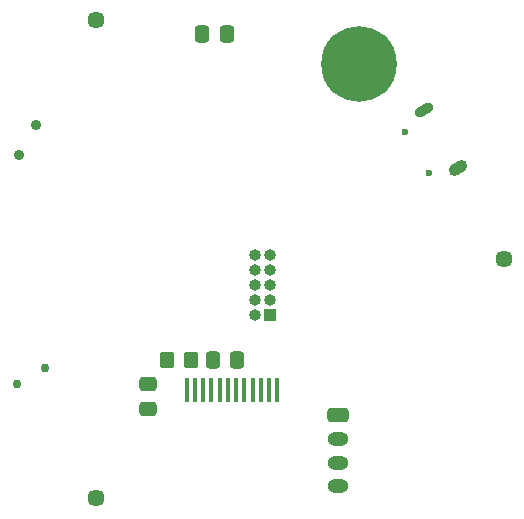
<source format=gbr>
%TF.GenerationSoftware,KiCad,Pcbnew,7.0.5*%
%TF.CreationDate,2023-08-08T00:55:00+02:00*%
%TF.ProjectId,STM32F4_HexGauge_V3,53544d33-3246-4345-9f48-657847617567,rev?*%
%TF.SameCoordinates,Original*%
%TF.FileFunction,Soldermask,Bot*%
%TF.FilePolarity,Negative*%
%FSLAX46Y46*%
G04 Gerber Fmt 4.6, Leading zero omitted, Abs format (unit mm)*
G04 Created by KiCad (PCBNEW 7.0.5) date 2023-08-08 00:55:00*
%MOMM*%
%LPD*%
G01*
G04 APERTURE LIST*
G04 Aperture macros list*
%AMRoundRect*
0 Rectangle with rounded corners*
0 $1 Rounding radius*
0 $2 $3 $4 $5 $6 $7 $8 $9 X,Y pos of 4 corners*
0 Add a 4 corners polygon primitive as box body*
4,1,4,$2,$3,$4,$5,$6,$7,$8,$9,$2,$3,0*
0 Add four circle primitives for the rounded corners*
1,1,$1+$1,$2,$3*
1,1,$1+$1,$4,$5*
1,1,$1+$1,$6,$7*
1,1,$1+$1,$8,$9*
0 Add four rect primitives between the rounded corners*
20,1,$1+$1,$2,$3,$4,$5,0*
20,1,$1+$1,$4,$5,$6,$7,0*
20,1,$1+$1,$6,$7,$8,$9,0*
20,1,$1+$1,$8,$9,$2,$3,0*%
%AMHorizOval*
0 Thick line with rounded ends*
0 $1 width*
0 $2 $3 position (X,Y) of the first rounded end (center of the circle)*
0 $4 $5 position (X,Y) of the second rounded end (center of the circle)*
0 Add line between two ends*
20,1,$1,$2,$3,$4,$5,0*
0 Add two circle primitives to create the rounded ends*
1,1,$1,$2,$3*
1,1,$1,$4,$5*%
G04 Aperture macros list end*
%ADD10C,0.600000*%
%ADD11HorizOval,1.000000X0.303109X0.175000X-0.303109X-0.175000X0*%
%ADD12HorizOval,0.850000X0.368061X0.212500X-0.368061X-0.212500X0*%
%ADD13C,1.448000*%
%ADD14C,0.800000*%
%ADD15C,6.400000*%
%ADD16RoundRect,0.250000X-0.650000X0.350000X-0.650000X-0.350000X0.650000X-0.350000X0.650000X0.350000X0*%
%ADD17O,1.800000X1.200000*%
%ADD18R,1.000000X1.000000*%
%ADD19O,1.000000X1.000000*%
%ADD20C,0.750000*%
%ADD21C,0.900000*%
%ADD22RoundRect,0.250000X0.337500X0.475000X-0.337500X0.475000X-0.337500X-0.475000X0.337500X-0.475000X0*%
%ADD23RoundRect,0.250000X-0.337500X-0.475000X0.337500X-0.475000X0.337500X0.475000X-0.337500X0.475000X0*%
%ADD24RoundRect,0.250000X-0.350000X-0.450000X0.350000X-0.450000X0.350000X0.450000X-0.350000X0.450000X0*%
%ADD25R,0.350000X2.000000*%
%ADD26RoundRect,0.250000X-0.475000X0.337500X-0.475000X-0.337500X0.475000X-0.337500X0.475000X0.337500X0*%
G04 APERTURE END LIST*
D10*
%TO.C,J1*%
X138572840Y-76543821D03*
X136572840Y-73079719D03*
D11*
X141020500Y-76083292D03*
D12*
X138195500Y-71190248D03*
%TD*%
D13*
%TO.C,H3*%
X110420000Y-63630000D03*
%TD*%
D14*
%TO.C,H2*%
X130270000Y-67320000D03*
X130972944Y-65622944D03*
X130972944Y-69017056D03*
X132670000Y-64920000D03*
D15*
X132670000Y-67320000D03*
D14*
X132670000Y-69720000D03*
X134367056Y-65622944D03*
X134367056Y-69017056D03*
X135070000Y-67320000D03*
%TD*%
D16*
%TO.C,J4*%
X130881000Y-97076000D03*
D17*
X130881000Y-99076000D03*
X130881000Y-101076000D03*
X130881000Y-103076000D03*
%TD*%
D13*
%TO.C,H5*%
X110420000Y-104070000D03*
%TD*%
D18*
%TO.C,J5*%
X125145000Y-88570000D03*
D19*
X123875000Y-88570000D03*
X125145000Y-87300000D03*
X123875000Y-87300000D03*
X125145000Y-86030000D03*
X123875000Y-86030000D03*
X125145000Y-84760000D03*
X123875000Y-84760000D03*
X125145000Y-83490000D03*
X123875000Y-83490000D03*
%TD*%
D20*
%TO.C,SW1*%
X103711215Y-94409500D03*
X106092785Y-93034500D03*
%TD*%
D13*
%TO.C,H4*%
X144920000Y-83820000D03*
%TD*%
D21*
%TO.C,SW2*%
X105366212Y-72449962D03*
X103866212Y-75048038D03*
%TD*%
D22*
%TO.C,C27*%
X121457500Y-64820000D03*
X119382500Y-64820000D03*
%TD*%
D23*
%TO.C,C28*%
X120282500Y-92370000D03*
X122357500Y-92370000D03*
%TD*%
D24*
%TO.C,R17*%
X116420000Y-92370000D03*
X118420000Y-92370000D03*
%TD*%
D25*
%TO.C,H1*%
X118070000Y-94880000D03*
X118770000Y-94880000D03*
X119470000Y-94880000D03*
X120170000Y-94880000D03*
X120870000Y-94880000D03*
X121570000Y-94880000D03*
X122270000Y-94880000D03*
X122970000Y-94880000D03*
X123670000Y-94880000D03*
X124370000Y-94880000D03*
X125070000Y-94880000D03*
X125770000Y-94880000D03*
%TD*%
D26*
%TO.C,C29*%
X114770000Y-94432500D03*
X114770000Y-96507500D03*
%TD*%
M02*

</source>
